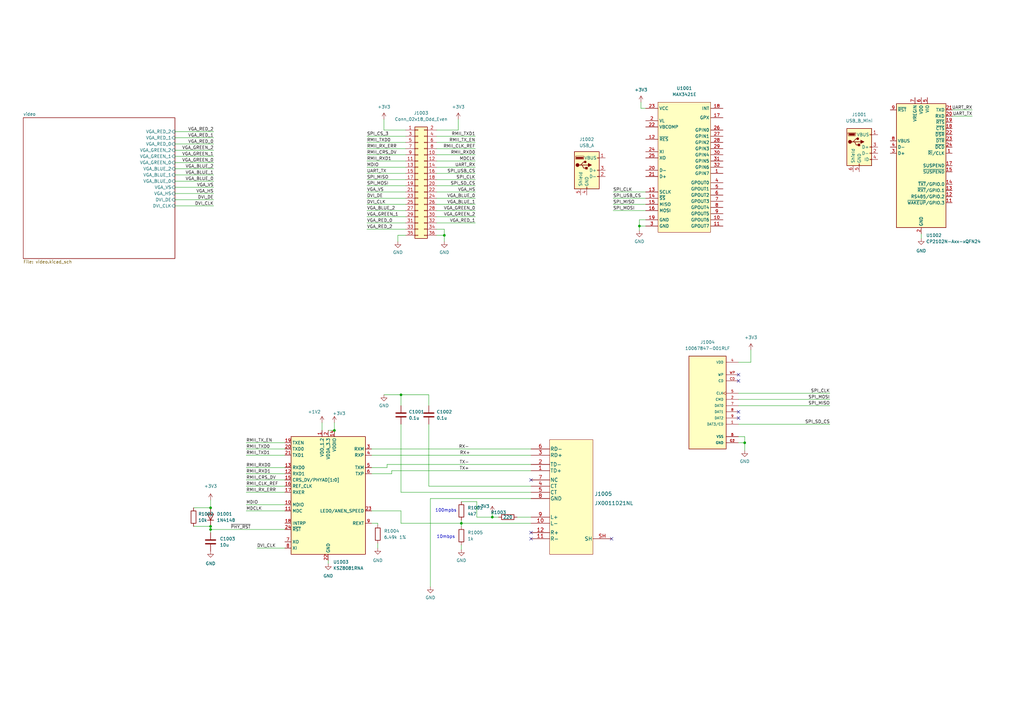
<source format=kicad_sch>
(kicad_sch (version 20211123) (generator eeschema)
  (paper "A3")
  (title_block (title "Trion T20F256 Super6502 Shield"))
  (lib_symbols
    (symbol "Connector:10067847-001RLF" (pin_names (offset 1.016))
      (property "Reference" "J" (at -7.62 19.05 0))
      (property "Value" "10067847-001RLF" (at -7.62 -22.86 0))
      (symbol "10067847-001RLF_0_0"
        (rectangle (start -7.62 -20.32) (end 7.62 17.78) (stroke (width 0.254)) (fill (type background)))
        (pin bidirectional line (at -12.7 -10.16 0) (length 5.08) (name "DAT3/CD") (number "1"))
        (pin bidirectional line (at -12.7 0 0) (length 5.08) (name "CMD") (number "2"))
        (pin power_in line (at -12.7 -15.24 0) (length 5.08) (name "VSS") (number "3"))
        (pin power_in line (at -12.7 15.24 0) (length 5.08) (name "VDD") (number "4"))
        (pin bidirectional clock (at -12.7 2.54 0) (length 5.08) (name "CLK") (number "5"))
        (pin power_in line (at -12.7 -15.24 0) (length 5.08) (name "VSS") (number "6"))
        (pin bidirectional line (at -12.7 -2.54 0) (length 5.08) (name "DAT0") (number "7"))
        (pin bidirectional line (at -12.7 -5.08 0) (length 5.08) (name "DAT1") (number "8"))
        (pin bidirectional line (at -12.7 -7.62 0) (length 5.08) (name "DAT2") (number "9"))
        (pin input line (at -12.7 7.62 0) (length 5.08) (name "CD") (number "CD"))
        (pin power_in line (at -12.7 -17.78 0) (length 5.08) (name "GND") (number "G1"))
        (pin power_in line (at -12.7 -17.78 0) (length 5.08) (name "GND") (number "G2"))
        (pin input line (at -12.7 10.16 0) (length 5.08) (name "WP") (number "WP"))
      )
    )
    (symbol "Connector:JX0011D21NL" (pin_names (offset 0.254))
      (property "Reference" "J" (at 20.32 12.7 0))
      (property "Value" "JX0011D21NL" (at 20.32 10.16 0))
      (symbol "JX0011D21NL_1_1"
        (rectangle (start 7.62 5.08) (end 25.4 -41.91) (fill (type background)))
        (pin unspecified line (at 0 -7.62 0) (length 7.62) (name "TD+") (number "1"))
        (pin unspecified line (at 0 -29.21 0) (length 7.62) (name "L-") (number "10"))
        (pin unspecified line (at 0 -35.56 0) (length 7.62) (name "R-") (number "11"))
        (pin unspecified line (at 0 -33.02 0) (length 7.62) (name "R+") (number "12"))
        (pin unspecified line (at 0 -5.08 0) (length 7.62) (name "TD-") (number "2"))
        (pin unspecified line (at 0 -1.27 0) (length 7.62) (name "RD+") (number "3"))
        (pin unspecified line (at 0 -13.97 0) (length 7.62) (name "CT") (number "4"))
        (pin unspecified line (at 0 -16.51 0) (length 7.62) (name "CT") (number "5"))
        (pin unspecified line (at 0 1.27 0) (length 7.62) (name "RD-") (number "6"))
        (pin unspecified line (at 0 -11.43 0) (length 7.62) (name "NC") (number "7"))
        (pin unspecified line (at 0 -19.05 0) (length 7.62) (name "GND") (number "8"))
        (pin unspecified line (at 0 -26.67 0) (length 7.62) (name "L+") (number "9"))
        (pin unspecified line (at 33.02 -35.56 180) (length 7.62) (name "SH") (number "SH"))
      )
    )
    (symbol "Connector:USB_A" (pin_names (offset 1.016))
      (property "Reference" "J" (at -5.08 11.43 0))
      (property "Value" "USB_A" (at -5.08 8.89 0))
      (symbol "USB_A_0_1"
        (rectangle (start -5.08 -7.62) (end 5.08 7.62) (stroke (width 0.254)) (fill (type background)))
        (circle (center -3.81 2.159) (radius 0.635) (stroke (width 0.254)) (fill (type outline)))
        (rectangle (start -1.524 4.826) (end -4.318 5.334) (fill (type outline)))
        (rectangle (start -1.27 4.572) (end -4.572 5.842))
        (circle (center -0.635 3.429) (radius 0.381) (stroke (width 0.254)) (fill (type outline)))
        (rectangle (start -0.127 -7.62) (end 0.127 -6.858))
        (polyline (pts (xy -3.175 2.159) (xy -2.54 2.159) (xy -1.27 3.429) (xy -0.635 3.429)) (stroke (width 0.254)))
        (polyline (pts (xy -2.54 2.159) (xy -1.905 2.159) (xy -1.27 0.889) (xy 0 0.889)) (stroke (width 0.254)))
        (polyline (pts (xy 0.635 2.794) (xy 0.635 1.524) (xy 1.905 2.159) (xy 0.635 2.794)) (stroke (width 0.254)) (fill (type outline)))
        (rectangle (start 0.254 1.27) (end -0.508 0.508) (stroke (width 0.254)) (fill (type outline)))
        (rectangle (start 5.08 -2.667) (end 4.318 -2.413))
        (rectangle (start 5.08 -0.127) (end 4.318 0.127))
        (rectangle (start 5.08 4.953) (end 4.318 5.207))
      )
      (symbol "USB_A_1_1"
        (polyline (pts (xy -1.905 2.159) (xy 0.635 2.159)) (stroke (width 0.254)))
        (pin power_in line (at 7.62 5.08 180) (length 2.54) (name "VBUS") (number "1"))
        (pin bidirectional line (at 7.62 -2.54 180) (length 2.54) (name "D-") (number "2"))
        (pin bidirectional line (at 7.62 0 180) (length 2.54) (name "D+") (number "3"))
        (pin power_in line (at 0 -10.16 90) (length 2.54) (name "GND") (number "4"))
        (pin passive line (at -2.54 -10.16 90) (length 2.54) (name "Shield") (number "5"))
      )
    )
    (symbol "Connector:USB_B_Mini" (pin_names (offset 1.016))
      (property "Reference" "J" (at -5.08 11.43 0))
      (property "Value" "USB_B_Mini" (at -5.08 8.89 0))
      (symbol "USB_B_Mini_0_1"
        (rectangle (start -5.08 -7.62) (end 5.08 7.62) (stroke (width 0.254)) (fill (type background)))
        (circle (center -3.81 2.159) (radius 0.635) (stroke (width 0.254)) (fill (type outline)))
        (circle (center -0.635 3.429) (radius 0.381) (stroke (width 0.254)) (fill (type outline)))
        (rectangle (start -0.127 -7.62) (end 0.127 -6.858))
        (polyline (pts (xy -1.905 2.159) (xy 0.635 2.159)) (stroke (width 0.254)))
        (polyline (pts (xy -3.175 2.159) (xy -2.54 2.159) (xy -1.27 3.429) (xy -0.635 3.429)) (stroke (width 0.254)))
        (polyline (pts (xy -2.54 2.159) (xy -1.905 2.159) (xy -1.27 0.889) (xy 0 0.889)) (stroke (width 0.254)))
        (polyline (pts (xy 0.635 2.794) (xy 0.635 1.524) (xy 1.905 2.159) (xy 0.635 2.794)) (stroke (width 0.254)) (fill (type outline)))
        (polyline (pts (xy -4.318 5.588) (xy -1.778 5.588) (xy -2.032 4.826) (xy -4.064 4.826) (xy -4.318 5.588)) (fill (type outline)))
        (polyline (pts (xy -4.699 5.842) (xy -4.699 5.588) (xy -4.445 4.826) (xy -4.445 4.572) (xy -1.651 4.572) (xy -1.651 4.826) (xy -1.397 5.588) (xy -1.397 5.842) (xy -4.699 5.842)))
        (rectangle (start 0.254 1.27) (end -0.508 0.508) (stroke (width 0.254)) (fill (type outline)))
        (rectangle (start 5.08 -5.207) (end 4.318 -4.953))
        (rectangle (start 5.08 -2.667) (end 4.318 -2.413))
        (rectangle (start 5.08 -0.127) (end 4.318 0.127))
        (rectangle (start 5.08 4.953) (end 4.318 5.207))
      )
      (symbol "USB_B_Mini_1_1"
        (pin power_out line (at 7.62 5.08 180) (length 2.54) (name "VBUS") (number "1"))
        (pin bidirectional line (at 7.62 -2.54 180) (length 2.54) (name "D-") (number "2"))
        (pin bidirectional line (at 7.62 0 180) (length 2.54) (name "D+") (number "3"))
        (pin passive line (at 7.62 -5.08 180) (length 2.54) (name "ID") (number "4"))
        (pin power_out line (at 0 -10.16 90) (length 2.54) (name "GND") (number "5"))
        (pin passive line (at -2.54 -10.16 90) (length 2.54) (name "Shield") (number "6"))
      )
    )
    (symbol "Connector_Generic:Conn_02x18_Odd_Even" (pin_names (offset 1.016) hide)
      (property "Reference" "J" (at 1.27 22.86 0))
      (property "Value" "Conn_02x18_Odd_Even" (at 1.27 -25.4 0))
      (symbol "Conn_02x18_Odd_Even_1_1"
        (rectangle (start -1.27 -22.733) (end 0 -22.987) (stroke (width 0.1524)))
        (rectangle (start -1.27 -20.193) (end 0 -20.447) (stroke (width 0.1524)))
        (rectangle (start -1.27 -17.653) (end 0 -17.907) (stroke (width 0.1524)))
        (rectangle (start -1.27 -15.113) (end 0 -15.367) (stroke (width 0.1524)))
        (rectangle (start -1.27 -12.573) (end 0 -12.827) (stroke (width 0.1524)))
        (rectangle (start -1.27 -10.033) (end 0 -10.287) (stroke (width 0.1524)))
        (rectangle (start -1.27 -7.493) (end 0 -7.747) (stroke (width 0.1524)))
        (rectangle (start -1.27 -4.953) (end 0 -5.207) (stroke (width 0.1524)))
        (rectangle (start -1.27 -2.413) (end 0 -2.667) (stroke (width 0.1524)))
        (rectangle (start -1.27 0.127) (end 0 -0.127) (stroke (width 0.1524)))
        (rectangle (start -1.27 2.667) (end 0 2.413) (stroke (width 0.1524)))
        (rectangle (start -1.27 5.207) (end 0 4.953) (stroke (width 0.1524)))
        (rectangle (start -1.27 7.747) (end 0 7.493) (stroke (width 0.1524)))
        (rectangle (start -1.27 10.287) (end 0 10.033) (stroke (width 0.1524)))
        (rectangle (start -1.27 12.827) (end 0 12.573) (stroke (width 0.1524)))
        (rectangle (start -1.27 15.367) (end 0 15.113) (stroke (width 0.1524)))
        (rectangle (start -1.27 17.907) (end 0 17.653) (stroke (width 0.1524)))
        (rectangle (start -1.27 20.447) (end 0 20.193) (stroke (width 0.1524)))
        (rectangle (start -1.27 21.59) (end 3.81 -24.13) (stroke (width 0.254)) (fill (type background)))
        (rectangle (start 3.81 -22.733) (end 2.54 -22.987) (stroke (width 0.1524)))
        (rectangle (start 3.81 -20.193) (end 2.54 -20.447) (stroke (width 0.1524)))
        (rectangle (start 3.81 -17.653) (end 2.54 -17.907) (stroke (width 0.1524)))
        (rectangle (start 3.81 -15.113) (end 2.54 -15.367) (stroke (width 0.1524)))
        (rectangle (start 3.81 -12.573) (end 2.54 -12.827) (stroke (width 0.1524)))
        (rectangle (start 3.81 -10.033) (end 2.54 -10.287) (stroke (width 0.1524)))
        (rectangle (start 3.81 -7.493) (end 2.54 -7.747) (stroke (width 0.1524)))
        (rectangle (start 3.81 -4.953) (end 2.54 -5.207) (stroke (width 0.1524)))
        (rectangle (start 3.81 -2.413) (end 2.54 -2.667) (stroke (width 0.1524)))
        (rectangle (start 3.81 0.127) (end 2.54 -0.127) (stroke (width 0.1524)))
        (rectangle (start 3.81 2.667) (end 2.54 2.413) (stroke (width 0.1524)))
        (rectangle (start 3.81 5.207) (end 2.54 4.953) (stroke (width 0.1524)))
        (rectangle (start 3.81 7.747) (end 2.54 7.493) (stroke (width 0.1524)))
        (rectangle (start 3.81 10.287) (end 2.54 10.033) (stroke (width 0.1524)))
        (rectangle (start 3.81 12.827) (end 2.54 12.573) (stroke (width 0.1524)))
        (rectangle (start 3.81 15.367) (end 2.54 15.113) (stroke (width 0.1524)))
        (rectangle (start 3.81 17.907) (end 2.54 17.653) (stroke (width 0.1524)))
        (rectangle (start 3.81 20.447) (end 2.54 20.193) (stroke (width 0.1524)))
        (pin passive line (at -5.08 20.32 0) (length 3.81) (name "Pin_1") (number "1"))
        (pin passive line (at 7.62 10.16 180) (length 3.81) (name "Pin_10") (number "10"))
        (pin passive line (at -5.08 7.62 0) (length 3.81) (name "Pin_11") (number "11"))
        (pin passive line (at 7.62 7.62 180) (length 3.81) (name "Pin_12") (number "12"))
        (pin passive line (at -5.08 5.08 0) (length 3.81) (name "Pin_13") (number "13"))
        (pin passive line (at 7.62 5.08 180) (length 3.81) (name "Pin_14") (number "14"))
        (pin passive line (at -5.08 2.54 0) (length 3.81) (name "Pin_15") (number "15"))
        (pin passive line (at 7.62 2.54 180) (length 3.81) (name "Pin_16") (number "16"))
        (pin passive line (at -5.08 0 0) (length 3.81) (name "Pin_17") (number "17"))
        (pin passive line (at 7.62 0 180) (length 3.81) (name "Pin_18") (number "18"))
        (pin passive line (at -5.08 -2.54 0) (length 3.81) (name "Pin_19") (number "19"))
        (pin passive line (at 7.62 20.32 180) (length 3.81) (name "Pin_2") (number "2"))
        (pin passive line (at 7.62 -2.54 180) (length 3.81) (name "Pin_20") (number "20"))
        (pin passive line (at -5.08 -5.08 0) (length 3.81) (name "Pin_21") (number "21"))
        (pin passive line (at 7.62 -5.08 180) (length 3.81) (name "Pin_22") (number "22"))
        (pin passive line (at -5.08 -7.62 0) (length 3.81) (name "Pin_23") (number "23"))
        (pin passive line (at 7.62 -7.62 180) (length 3.81) (name "Pin_24") (number "24"))
        (pin passive line (at -5.08 -10.16 0) (length 3.81) (name "Pin_25") (number "25"))
        (pin passive line (at 7.62 -10.16 180) (length 3.81) (name "Pin_26") (number "26"))
        (pin passive line (at -5.08 -12.7 0) (length 3.81) (name "Pin_27") (number "27"))
        (pin passive line (at 7.62 -12.7 180) (length 3.81) (name "Pin_28") (number "28"))
        (pin passive line (at -5.08 -15.24 0) (length 3.81) (name "Pin_29") (number "29"))
        (pin passive line (at -5.08 17.78 0) (length 3.81) (name "Pin_3") (number "3"))
        (pin passive line (at 7.62 -15.24 180) (length 3.81) (name "Pin_30") (number "30"))
        (pin passive line (at -5.08 -17.78 0) (length 3.81) (name "Pin_31") (number "31"))
        (pin passive line (at 7.62 -17.78 180) (length 3.81) (name "Pin_32") (number "32"))
        (pin passive line (at -5.08 -20.32 0) (length 3.81) (name "Pin_33") (number "33"))
        (pin passive line (at 7.62 -20.32 180) (length 3.81) (name "Pin_34") (number "34"))
        (pin passive line (at -5.08 -22.86 0) (length 3.81) (name "Pin_35") (number "35"))
        (pin passive line (at 7.62 -22.86 180) (length 3.81) (name "Pin_36") (number "36"))
        (pin passive line (at 7.62 17.78 180) (length 3.81) (name "Pin_4") (number "4"))
        (pin passive line (at -5.08 15.24 0) (length 3.81) (name "Pin_5") (number "5"))
        (pin passive line (at 7.62 15.24 180) (length 3.81) (name "Pin_6") (number "6"))
        (pin passive line (at -5.08 12.7 0) (length 3.81) (name "Pin_7") (number "7"))
        (pin passive line (at 7.62 12.7 180) (length 3.81) (name "Pin_8") (number "8"))
        (pin passive line (at -5.08 10.16 0) (length 3.81) (name "Pin_9") (number "9"))
      )
    )
    (symbol "Device:C" (pin_numbers hide) (pin_names (offset 0.254))
      (property "Reference" "C" (at 0.635 2.54 0))
      (property "Value" "C" (at 0.635 -2.54 0))
      (symbol "C_0_1"
        (polyline (pts (xy -2.032 -0.762) (xy 2.032 -0.762)) (stroke (width 0.508)))
        (polyline (pts (xy -2.032 0.762) (xy 2.032 0.762)) (stroke (width 0.508)))
      )
      (symbol "C_1_1"
        (pin passive line (at 0 3.81 270) (length 2.794) (name "~") (number "1"))
        (pin passive line (at 0 -3.81 90) (length 2.794) (name "~") (number "2"))
      )
    )
    (symbol "Device:D" (pin_numbers hide) (pin_names (offset 1.016) hide)
      (property "Reference" "D" (at 0 2.54 0))
      (property "Value" "D" (at 0 -2.54 0))
      (symbol "D_0_1"
        (polyline (pts (xy -1.27 1.27) (xy -1.27 -1.27)) (stroke (width 0.254)))
        (polyline (pts (xy 1.27 0) (xy -1.27 0)))
        (polyline (pts (xy 1.27 1.27) (xy 1.27 -1.27) (xy -1.27 0) (xy 1.27 1.27)) (stroke (width 0.254)))
      )
      (symbol "D_1_1"
        (pin passive line (at -3.81 0 0) (length 2.54) (name "K") (number "1"))
        (pin passive line (at 3.81 0 180) (length 2.54) (name "A") (number "2"))
      )
    )
    (symbol "Device:R" (pin_numbers hide) (pin_names (offset 0))
      (property "Reference" "R" (at 2.032 0 90))
      (property "Value" "R" (at 0 0 90))
      (symbol "R_0_1"
        (rectangle (start -1.016 -2.54) (end 1.016 2.54) (stroke (width 0.254)))
      )
      (symbol "R_1_1"
        (pin passive line (at 0 3.81 270) (length 1.27) (name "~") (number "1"))
        (pin passive line (at 0 -3.81 90) (length 1.27) (name "~") (number "2"))
      )
    )
    (symbol "IC:MAX3421E"
      (property "Reference" "U" (at -8.89 26.67 0))
      (property "Value" "MAX3421E" (at 6.35 26.67 0))
      (symbol "MAX3421E_0_1"
        (rectangle (start -10.16 25.4) (end 11.43 -27.94) (fill (type background)))
      )
      (symbol "MAX3421E_1_1"
        (pin input line (at 16.51 -3.81 180) (length 5.08) (name "GPIN7") (number "1"))
        (pin output line (at 16.51 -22.86 180) (length 5.08) (name "GPOUT6") (number "10"))
        (pin output line (at 16.51 -25.4 180) (length 5.08) (name "GPOUT7") (number "11"))
        (pin input line (at -15.24 10.16 0) (length 5.08) (name "~{RES}") (number "12"))
        (pin input line (at -15.24 -11.43 0) (length 5.08) (name "SCLK") (number "13"))
        (pin input line (at -15.24 -13.97 0) (length 5.08) (name "~{SS}") (number "14"))
        (pin output line (at -15.24 -16.51 0) (length 5.08) (name "MISO") (number "15"))
        (pin input line (at -15.24 -19.05 0) (length 5.08) (name "MOSI") (number "16"))
        (pin output line (at 16.51 19.05 180) (length 5.08) (name "GPX") (number "17"))
        (pin output line (at 16.51 22.86 180) (length 5.08) (name "INT") (number "18"))
        (pin input line (at -15.24 -22.86 0) (length 5.08) (name "GND") (number "19"))
        (pin input line (at -15.24 17.78 0) (length 5.08) (name "VL") (number "2"))
        (pin bidirectional line (at -15.24 -2.54 0) (length 5.08) (name "D-") (number "20"))
        (pin bidirectional line (at -15.24 -5.08 0) (length 5.08) (name "D+") (number "21"))
        (pin input line (at -15.24 15.24 0) (length 5.08) (name "VBCOMP") (number "22"))
        (pin power_in line (at -15.24 22.86 0) (length 5.08) (name "VCC") (number "23"))
        (pin input line (at -15.24 5.08 0) (length 5.08) (name "XI") (number "24"))
        (pin output line (at -15.24 2.54 0) (length 5.08) (name "XO") (number "25"))
        (pin input line (at 16.51 13.97 180) (length 5.08) (name "GPIN0") (number "26"))
        (pin input line (at 16.51 11.43 180) (length 5.08) (name "GPIN1") (number "27"))
        (pin input line (at 16.51 8.89 180) (length 5.08) (name "GPIN2") (number "28"))
        (pin input line (at 16.51 6.35 180) (length 5.08) (name "GPIN3") (number "29"))
        (pin input line (at -15.24 -25.4 0) (length 5.08) (name "GND") (number "3"))
        (pin input line (at 16.51 3.81 180) (length 5.08) (name "GPIN4") (number "30"))
        (pin input line (at 16.51 1.27 180) (length 5.08) (name "GPIN5") (number "31"))
        (pin input line (at 16.51 -1.27 180) (length 5.08) (name "GPIN6") (number "32"))
        (pin output line (at 16.51 -7.62 180) (length 5.08) (name "GPOUT0") (number "4"))
        (pin output line (at 16.51 -10.16 180) (length 5.08) (name "GPOUT1") (number "5"))
        (pin output line (at 16.51 -12.7 180) (length 5.08) (name "GPOUT2") (number "6"))
        (pin output line (at 16.51 -15.24 180) (length 5.08) (name "GPOUT3") (number "7"))
        (pin output line (at 16.51 -17.78 180) (length 5.08) (name "GPOUT4") (number "8"))
        (pin output line (at 16.51 -20.32 180) (length 5.08) (name "GPOUT5") (number "9"))
      )
    )
    (symbol "Interface_Ethernet:KSZ8081RNA"
      (property "Reference" "U" (at -15.24 26.035 0))
      (property "Value" "KSZ8081RNA" (at 3.81 26.035 0))
      (symbol "KSZ8081RNA_0_1"
        (rectangle (start -15.24 25.4) (end 15.24 -22.86) (stroke (width 0.254)) (fill (type background)))
      )
      (symbol "KSZ8081RNA_1_1"
        (pin power_out line (at -2.54 27.94 270) (length 2.54) (name "VDD_1.2") (number "1"))
        (pin bidirectional line (at -17.78 -2.54 0) (length 2.54) (name "MDIO") (number "10"))
        (pin input line (at -17.78 -5.08 0) (length 2.54) (name "MDC") (number "11"))
        (pin output line (at -17.78 10.16 0) (length 2.54) (name "RXD1") (number "12"))
        (pin output line (at -17.78 12.7 0) (length 2.54) (name "RXD0") (number "13"))
        (pin power_in line (at 2.54 27.94 270) (length 2.54) (name "VDDIO") (number "14"))
        (pin output line (at -17.78 7.62 0) (length 2.54) (name "CRS_DV/PHYAD[1:0]") (number "15"))
        (pin output line (at -17.78 5.08 0) (length 2.54) (name "REF_CLK") (number "16"))
        (pin output line (at -17.78 2.54 0) (length 2.54) (name "RXER") (number "17"))
        (pin bidirectional line (at -17.78 -10.16 0) (length 2.54) (name "INTRP") (number "18"))
        (pin input line (at -17.78 22.86 0) (length 2.54) (name "TXEN") (number "19"))
        (pin power_in line (at 0 27.94 270) (length 2.54) (name "VDDA_3.3") (number "2"))
        (pin input line (at -17.78 20.32 0) (length 2.54) (name "TXD0") (number "20"))
        (pin bidirectional line (at -17.78 17.78 0) (length 2.54) (name "TXD1") (number "21"))
        (pin power_in line (at 0 -25.4 90) (length 2.54) (name "GND") (number "22"))
        (pin output line (at 17.78 -5.08 180) (length 2.54) (name "LED0/ANEN_SPEED") (number "23"))
        (pin input line (at -17.78 -12.7 0) (length 2.54) (name "~{RST}") (number "24"))
        (pin passive line (at 0 -25.4 90) (length 2.54) hide (name "GND") (number "25"))
        (pin bidirectional line (at 17.78 20.32 180) (length 2.54) (name "RXM") (number "3"))
        (pin bidirectional line (at 17.78 17.78 180) (length 2.54) (name "RXP") (number "4"))
        (pin bidirectional line (at 17.78 12.7 180) (length 2.54) (name "TXM") (number "5"))
        (pin bidirectional line (at 17.78 10.16 180) (length 2.54) (name "TXP") (number "6"))
        (pin output line (at -17.78 -17.78 0) (length 2.54) (name "XO") (number "7"))
        (pin input line (at -17.78 -20.32 0) (length 2.54) (name "XI") (number "8"))
        (pin passive line (at 17.78 -10.16 180) (length 2.54) (name "REXT") (number "9"))
      )
    )
    (symbol "Interface_USB:CP2102N-Axx-xQFN24"
      (property "Reference" "U" (at -8.89 26.67 0))
      (property "Value" "CP2102N-Axx-xQFN24" (at 13.97 26.67 0))
      (symbol "CP2102N-Axx-xQFN24_0_1"
        (rectangle (start -10.16 25.4) (end 10.16 -25.4) (stroke (width 0.254)) (fill (type background)))
      )
      (symbol "CP2102N-Axx-xQFN24_1_1"
        (pin bidirectional line (at 12.7 5.08 180) (length 2.54) (name "~{RI}/CLK") (number "1"))
        (pin no_connect line (at -10.16 -22.86 0) (length 2.54) hide (name "NC") (number "10"))
        (pin bidirectional line (at 12.7 -15.24 180) (length 2.54) (name "~{WAKEUP}/GPIO.3") (number "11"))
        (pin bidirectional line (at 12.7 -12.7 180) (length 2.54) (name "RS485/GPIO.2") (number "12"))
        (pin bidirectional line (at 12.7 -10.16 180) (length 2.54) (name "~{RXT}/GPIO.1") (number "13"))
        (pin bidirectional line (at 12.7 -7.62 180) (length 2.54) (name "~{TXT}/GPIO.0") (number "14"))
        (pin output line (at 12.7 -2.54 180) (length 2.54) (name "~{SUSPEND}") (number "15"))
        (pin no_connect line (at 10.16 -22.86 180) (length 2.54) hide (name "NC") (number "16"))
        (pin output line (at 12.7 0 180) (length 2.54) (name "SUSPEND") (number "17"))
        (pin input line (at 12.7 15.24 180) (length 2.54) (name "~{CTS}") (number "18"))
        (pin output line (at 12.7 17.78 180) (length 2.54) (name "~{RTS}") (number "19"))
        (pin power_in line (at 0 -27.94 90) (length 2.54) (name "GND") (number "2"))
        (pin input line (at 12.7 20.32 180) (length 2.54) (name "RXD") (number "20"))
        (pin output line (at 12.7 22.86 180) (length 2.54) (name "TXD") (number "21"))
        (pin input line (at 12.7 12.7 180) (length 2.54) (name "~{DSR}") (number "22"))
        (pin output line (at 12.7 10.16 180) (length 2.54) (name "~{DTR}") (number "23"))
        (pin input line (at 12.7 7.62 180) (length 2.54) (name "~{DCD}") (number "24"))
        (pin passive line (at 0 -27.94 90) (length 2.54) hide (name "GND") (number "25"))
        (pin bidirectional line (at -12.7 5.08 0) (length 2.54) (name "D+") (number "3"))
        (pin bidirectional line (at -12.7 7.62 0) (length 2.54) (name "D-") (number "4"))
        (pin power_in line (at 2.54 27.94 270) (length 2.54) (name "VIO") (number "5"))
        (pin power_in line (at 0 27.94 270) (length 2.54) (name "VDD") (number "6"))
        (pin power_in line (at -2.54 27.94 270) (length 2.54) (name "VREGIN") (number "7"))
        (pin input line (at -12.7 10.16 0) (length 2.54) (name "VBUS") (number "8"))
        (pin input line (at -12.7 22.86 0) (length 2.54) (name "~{RST}") (number "9"))
      )
    )
    (symbol "power:+1V2" (power) (pin_names (offset 0))
      (property "Value" "+1V2" (at 0 3.556 0))
      (symbol "+1V2_0_1"
        (polyline (pts (xy -0.762 1.27) (xy 0 2.54)))
        (polyline (pts (xy 0 0) (xy 0 2.54)))
        (polyline (pts (xy 0 2.54) (xy 0.762 1.27)))
      )
      (symbol "+1V2_1_1"
        (pin power_in line (at 0 0 90) (length 0) hide (name "+1V2") (number "1"))
      )
    )
    (symbol "power:+3V3" (power) (pin_names (offset 0))
      (property "Value" "+3V3" (at 0 3.556 0))
      (symbol "+3V3_0_1"
        (polyline (pts (xy -0.762 1.27) (xy 0 2.54)))
        (polyline (pts (xy 0 0) (xy 0 2.54)))
        (polyline (pts (xy 0 2.54) (xy 0.762 1.27)))
      )
      (symbol "+3V3_1_1"
        (pin power_in line (at 0 0 90) (length 0) hide (name "+3V3") (number "1"))
      )
    )
    (symbol "power:GND" (power) (pin_names (offset 0))
      (property "Value" "GND" (at 0 -3.81 0))
      (symbol "GND_0_1"
        (polyline (pts (xy 0 0) (xy 0 -1.27) (xy 1.27 -1.27) (xy 0 -2.54) (xy -1.27 -1.27) (xy 0 -1.27)))
      )
      (symbol "GND_1_1"
        (pin power_in line (at 0 0 270) (length 0) hide (name "GND") (number "1"))
      )
    )
  )
  (junction (at 86.36 215.9))
  (junction (at 182.245 96.52))
  (junction (at 201.93 212.09))
  (junction (at 86.36 208.28))
  (junction (at 262.255 92.71))
  (junction (at 189.23 214.63))
  (junction (at 137.16 176.53))
  (junction (at 164.465 161.925))
  (junction (at 86.36 217.17))
  (junction (at 305.435 181.61))
  (no_connect (at 302.895 156.21))
  (no_connect (at 302.895 168.91))
  (no_connect (at 250.825 220.98))
  (no_connect (at 217.805 196.85))
  (no_connect (at 302.895 153.67))
  (no_connect (at 217.805 218.44))
  (no_connect (at 217.805 220.98))
  (no_connect (at 302.895 171.45))
  (wire (pts (xy 116.84 184.15) (xy 100.965 184.15)))
  (wire (pts (xy 71.755 61.595) (xy 87.63 61.595)))
  (wire (pts (xy 116.84 191.77) (xy 100.965 191.77)))
  (wire (pts (xy 302.895 161.29) (xy 340.36 161.29)))
  (wire (pts (xy 398.78 45.085) (xy 390.525 45.085)))
  (wire (pts (xy 179.07 71.12) (xy 194.945 71.12)))
  (wire (pts (xy 176.53 204.47) (xy 176.53 240.665)))
  (wire (pts (xy 166.37 88.9) (xy 150.495 88.9)))
  (wire (pts (xy 179.07 93.98) (xy 182.245 93.98)))
  (wire (pts (xy 189.23 205.74) (xy 195.58 205.74)))
  (wire (pts (xy 398.78 47.625) (xy 390.525 47.625)))
  (wire (pts (xy 150.495 78.74) (xy 166.37 78.74)))
  (wire (pts (xy 182.245 93.98) (xy 182.245 96.52)))
  (wire (pts (xy 305.435 181.61) (xy 305.435 184.785)))
  (wire (pts (xy 166.37 93.98) (xy 150.495 93.98)))
  (wire (pts (xy 195.58 212.09) (xy 201.93 212.09)))
  (wire (pts (xy 377.825 95.885) (xy 377.825 97.79)))
  (wire (pts (xy 150.495 55.88) (xy 166.37 55.88)))
  (wire (pts (xy 166.37 73.66) (xy 150.495 73.66)))
  (wire (pts (xy 164.465 201.93) (xy 217.805 201.93)))
  (wire (pts (xy 179.07 76.2) (xy 194.945 76.2)))
  (wire (pts (xy 262.89 44.45) (xy 264.795 44.45)))
  (wire (pts (xy 71.755 74.295) (xy 87.63 74.295)))
  (wire (pts (xy 116.84 196.85) (xy 100.965 196.85)))
  (wire (pts (xy 116.84 181.61) (xy 100.965 181.61)))
  (wire (pts (xy 302.895 179.07) (xy 305.435 179.07)))
  (wire (pts (xy 116.84 207.01) (xy 100.965 207.01)))
  (wire (pts (xy 217.805 204.47) (xy 176.53 204.47)))
  (wire (pts (xy 164.465 214.63) (xy 189.23 214.63)))
  (wire (pts (xy 137.16 173.355) (xy 137.16 176.53)))
  (wire (pts (xy 166.37 66.04) (xy 150.495 66.04)))
  (wire (pts (xy 158.75 190.5) (xy 217.805 190.5)))
  (wire (pts (xy 166.37 86.36) (xy 150.495 86.36)))
  (wire (pts (xy 194.945 78.74) (xy 179.07 78.74)))
  (wire (pts (xy 157.48 161.925) (xy 164.465 161.925)))
  (wire (pts (xy 150.495 83.82) (xy 166.37 83.82)))
  (wire (pts (xy 179.07 60.96) (xy 194.945 60.96)))
  (wire (pts (xy 212.09 212.09) (xy 217.805 212.09)))
  (wire (pts (xy 179.07 63.5) (xy 194.945 63.5)))
  (wire (pts (xy 71.755 71.755) (xy 87.63 71.755)))
  (wire (pts (xy 163.195 99.06) (xy 163.195 96.52)))
  (wire (pts (xy 71.755 59.055) (xy 87.63 59.055)))
  (wire (pts (xy 86.36 217.17) (xy 116.84 217.17)))
  (wire (pts (xy 302.895 173.99) (xy 340.36 173.99)))
  (wire (pts (xy 302.895 148.59) (xy 307.975 148.59)))
  (wire (pts (xy 187.96 53.34) (xy 179.07 53.34)))
  (wire (pts (xy 116.84 199.39) (xy 100.965 199.39)))
  (wire (pts (xy 71.755 56.515) (xy 87.63 56.515)))
  (wire (pts (xy 116.84 209.55) (xy 100.965 209.55)))
  (wire (pts (xy 194.945 68.58) (xy 179.07 68.58)))
  (wire (pts (xy 150.495 81.28) (xy 166.37 81.28)))
  (wire (pts (xy 175.895 199.39) (xy 175.895 173.99)))
  (wire (pts (xy 166.37 60.96) (xy 150.495 60.96)))
  (wire (pts (xy 164.465 161.925) (xy 164.465 166.37)))
  (wire (pts (xy 79.375 208.28) (xy 86.36 208.28)))
  (wire (pts (xy 87.63 79.375) (xy 71.755 79.375)))
  (wire (pts (xy 179.07 83.82) (xy 194.945 83.82)))
  (wire (pts (xy 150.495 71.12) (xy 166.37 71.12)))
  (wire (pts (xy 264.795 81.28) (xy 251.46 81.28)))
  (wire (pts (xy 189.23 214.63) (xy 217.805 214.63)))
  (wire (pts (xy 137.16 176.53) (xy 134.62 176.53)))
  (wire (pts (xy 116.84 201.93) (xy 100.965 201.93)))
  (wire (pts (xy 152.4 194.31) (xy 160.655 194.31)))
  (wire (pts (xy 166.37 68.58) (xy 150.495 68.58)))
  (wire (pts (xy 116.84 194.31) (xy 100.965 194.31)))
  (wire (pts (xy 116.84 186.69) (xy 100.965 186.69)))
  (wire (pts (xy 179.07 91.44) (xy 194.945 91.44)))
  (wire (pts (xy 166.37 91.44) (xy 150.495 91.44)))
  (wire (pts (xy 166.37 63.5) (xy 150.495 63.5)))
  (wire (pts (xy 134.62 229.87) (xy 134.62 231.14)))
  (wire (pts (xy 71.755 64.135) (xy 87.63 64.135)))
  (wire (pts (xy 189.23 214.63) (xy 189.23 215.9)))
  (wire (pts (xy 179.07 58.42) (xy 194.945 58.42)))
  (wire (pts (xy 157.48 53.34) (xy 166.37 53.34)))
  (wire (pts (xy 179.07 86.36) (xy 194.945 86.36)))
  (wire (pts (xy 164.465 161.925) (xy 175.895 161.925)))
  (wire (pts (xy 262.255 92.71) (xy 264.795 92.71)))
  (wire (pts (xy 158.75 191.77) (xy 158.75 190.5)))
  (wire (pts (xy 79.375 215.9) (xy 86.36 215.9)))
  (wire (pts (xy 152.4 209.55) (xy 164.465 209.55)))
  (wire (pts (xy 86.36 217.17) (xy 86.36 218.44)))
  (wire (pts (xy 154.94 214.63) (xy 154.94 215.265)))
  (wire (pts (xy 71.755 69.215) (xy 87.63 69.215)))
  (wire (pts (xy 175.895 161.925) (xy 175.895 166.37)))
  (wire (pts (xy 182.245 99.06) (xy 182.245 96.52)))
  (wire (pts (xy 307.975 148.59) (xy 307.975 143.51)))
  (wire (pts (xy 302.895 166.37) (xy 340.36 166.37)))
  (wire (pts (xy 164.465 209.55) (xy 164.465 214.63)))
  (wire (pts (xy 189.23 213.36) (xy 189.23 214.63)))
  (wire (pts (xy 152.4 214.63) (xy 154.94 214.63)))
  (wire (pts (xy 87.63 76.835) (xy 71.755 76.835)))
  (wire (pts (xy 86.36 215.9) (xy 86.36 217.17)))
  (wire (pts (xy 217.805 199.39) (xy 175.895 199.39)))
  (wire (pts (xy 262.89 41.91) (xy 262.89 44.45)))
  (wire (pts (xy 179.07 66.04) (xy 194.945 66.04)))
  (wire (pts (xy 264.795 83.82) (xy 251.46 83.82)))
  (wire (pts (xy 179.07 55.88) (xy 194.945 55.88)))
  (wire (pts (xy 201.93 212.09) (xy 204.47 212.09)))
  (wire (pts (xy 179.07 73.66) (xy 194.945 73.66)))
  (wire (pts (xy 152.4 184.15) (xy 217.805 184.15)))
  (wire (pts (xy 305.435 179.07) (xy 305.435 181.61)))
  (wire (pts (xy 179.07 88.9) (xy 194.945 88.9)))
  (wire (pts (xy 160.655 194.31) (xy 160.655 193.04)))
  (wire (pts (xy 262.255 94.615) (xy 262.255 92.71)))
  (wire (pts (xy 87.63 81.915) (xy 71.755 81.915)))
  (wire (pts (xy 182.245 96.52) (xy 179.07 96.52)))
  (wire (pts (xy 87.63 84.455) (xy 71.755 84.455)))
  (wire (pts (xy 86.36 205.105) (xy 86.36 208.28)))
  (wire (pts (xy 164.465 173.99) (xy 164.465 201.93)))
  (wire (pts (xy 132.08 173.355) (xy 132.08 176.53)))
  (wire (pts (xy 262.255 92.71) (xy 262.255 90.17)))
  (wire (pts (xy 264.795 78.74) (xy 251.46 78.74)))
  (wire (pts (xy 166.37 76.2) (xy 150.495 76.2)))
  (wire (pts (xy 152.4 191.77) (xy 158.75 191.77)))
  (wire (pts (xy 163.195 96.52) (xy 166.37 96.52)))
  (wire (pts (xy 187.96 48.895) (xy 187.96 53.34)))
  (wire (pts (xy 71.755 53.975) (xy 87.63 53.975)))
  (wire (pts (xy 152.4 186.69) (xy 217.805 186.69)))
  (wire (pts (xy 157.48 48.895) (xy 157.48 53.34)))
  (wire (pts (xy 71.755 66.675) (xy 87.63 66.675)))
  (wire (pts (xy 160.655 193.04) (xy 217.805 193.04)))
  (wire (pts (xy 302.895 163.83) (xy 340.36 163.83)))
  (wire (pts (xy 262.255 90.17) (xy 264.795 90.17)))
  (wire (pts (xy 179.07 81.28) (xy 194.945 81.28)))
  (wire (pts (xy 201.93 210.185) (xy 201.93 212.09)))
  (wire (pts (xy 264.795 86.36) (xy 251.46 86.36)))
  (wire (pts (xy 166.37 58.42) (xy 150.495 58.42)))
  (wire (pts (xy 195.58 205.74) (xy 195.58 212.09)))
  (wire (pts (xy 305.435 181.61) (xy 302.895 181.61)))
  (wire (pts (xy 105.41 224.79) (xy 116.84 224.79)))
  (wire (pts (xy 189.23 223.52) (xy 189.23 225.425)))
  (wire (pts (xy 154.94 222.885) (xy 154.94 224.79)))
  (text "10mbps" (at 186.69 220.98 180) (effects (font (size 1.27 1.27)) (justify right bottom)))
  (text "100mpbs" (at 187.325 210.185 180) (effects (font (size 1.27 1.27)) (justify right bottom)))
  (label "SPI_USB_CS" (at 251.46 81.28 0))
  (label "SPI_CLK" (at 340.36 161.29 180))
  (label "VGA_VS" (at 150.495 78.74 0))
  (label "RMII_CLK_REF" (at 194.945 60.96 180))
  (label "RMII_RX_ERR" (at 150.495 60.96 0))
  (label "SPI_SD_CS" (at 194.945 76.2 180))
  (label "RMII_CRS_DV" (at 100.965 196.85 0))
  (label "SPI_CLK" (at 194.945 73.66 180))
  (label "SPI_CS_3" (at 150.495 55.88 0))
  (label "RMII_RX_ERR" (at 100.965 201.93 0))
  (label "SPI_USB_CS" (at 194.945 71.12 180))
  (label "VGA_BLUE_0" (at 194.945 81.28 180))
  (label "UART_RX" (at 398.78 45.085 180))
  (label "VGA_GREEN_2" (at 194.945 88.9 180))
  (label "VGA_GREEN_1" (at 150.495 88.9 0))
  (label "VGA_GREEN_1" (at 87.63 64.135 180))
  (label "RMII_TX_EN" (at 100.965 181.61 0))
  (label "DVI_CLK" (at 87.63 84.455 180))
  (label "MDCLK" (at 194.945 66.04 180))
  (label "DVI_CLK" (at 105.41 224.79 0))
  (label "TX+" (at 192.405 193.04 180))
  (label "SPI_MOSI" (at 150.495 76.2 0))
  (label "SPI_MOSI" (at 340.36 163.83 180))
  (label "TX-" (at 192.405 190.5 180))
  (label "SPI_MISO" (at 340.36 166.37 180))
  (label "DVI_DE" (at 150.495 81.28 0))
  (label "VGA_HS" (at 87.63 79.375 180))
  (label "MDCLK" (at 100.965 209.55 0))
  (label "RMII_RXD0" (at 100.965 191.77 0))
  (label "DVI_DE" (at 87.63 81.915 180))
  (label "VGA_BLUE_2" (at 150.495 86.36 0))
  (label "VGA_BLUE_1" (at 194.945 83.82 180))
  (label "UART_TX" (at 398.78 47.625 180))
  (label "VGA_BLUE_2" (at 87.63 69.215 180))
  (label "RMII_RXD1" (at 100.965 194.31 0))
  (label "RMII_CRS_DV" (at 150.495 63.5 0))
  (label "RMII_TXD1" (at 194.945 55.88 180))
  (label "UART_TX" (at 150.495 71.12 0))
  (label "MDIO" (at 150.495 68.58 0))
  (label "VGA_RED_2" (at 87.63 53.975 180))
  (label "VGA_RED_0" (at 150.495 91.44 0))
  (label "RMII_CLK_REF" (at 100.965 199.39 0))
  (label "UART_RX" (at 194.945 68.58 180))
  (label "SPI_SD_CS" (at 340.36 173.99 180))
  (label "VGA_VS" (at 87.63 76.835 180))
  (label "VGA_RED_1" (at 194.945 91.44 180))
  (label "VGA_RED_2" (at 150.495 93.98 0))
  (label "RX+" (at 188.595 186.69 0))
  (label "VGA_GREEN_0" (at 87.63 66.675 180))
  (label "SPI_MOSI" (at 251.46 86.36 0))
  (label "VGA_BLUE_0" (at 87.63 74.295 180))
  (label "SPI_MISO" (at 150.495 73.66 0))
  (label "RMII_RXD1" (at 150.495 66.04 0))
  (label "RMII_TXD0" (at 150.495 58.42 0))
  (label "RX-" (at 192.405 184.15 180))
  (label "VGA_HS" (at 194.945 78.74 180))
  (label "RMII_TXD1" (at 100.965 186.69 0))
  (label "VGA_BLUE_1" (at 87.63 71.755 180))
  (label "SPI_CLK" (at 251.46 78.74 0))
  (label "RMII_TX_EN" (at 194.945 58.42 180))
  (label "VGA_RED_0" (at 87.63 59.055 180))
  (label "VGA_GREEN_2" (at 87.63 61.595 180))
  (label "SPI_MISO" (at 251.46 83.82 0))
  (label "VGA_RED_1" (at 87.63 56.515 180))
  (label "VGA_GREEN_0" (at 194.945 86.36 180))
  (label "~{PHY_RST}" (at 102.87 217.17 180))
  (label "MDIO" (at 100.965 207.01 0))
  (label "DVI_CLK" (at 150.495 83.82 0))
  (label "RMII_RXD0" (at 194.945 63.5 180))
  (label "RMII_TXD0" (at 100.965 184.15 0))
  (symbol (lib_id "Connector_Generic:Conn_02x18_Odd_Even") (at 171.45 73.66 0) (unit 1)
    (property "Reference" "J1003" (at 172.72 46.355 0))
    (property "Value" "Conn_02x18_Odd_Even" (at 172.72 48.895 0))
    (property "Footprint" "Connector_PinSocket_2.54mm:PinSocket_2x18_P2.54mm_Vertical" (effects hide))
  )
  (symbol (lib_id "Device:R") (at 208.28 212.09 90) (unit 1)
    (property "Reference" "R1003" (at 204.47 210.185 90))
    (property "Value" "220" (at 208.28 212.09 90))
    (property "Footprint" "Resistor_SMD:R_0603_1608Metric_Pad0.98x0.95mm_HandSolder" (effects hide))
  )
  (symbol (lib_id "power:GND") (at 377.825 97.79 0) (unit 1)
    (property "Reference" "#PWR?" (effects hide))
    (property "Value" "GND" (at 377.825 102.87 0))
  )
  (symbol (lib_id "Interface_USB:CP2102N-Axx-xQFN24") (at 377.825 67.945 0) (unit 1)
    (property "Reference" "U1002" (at 379.8444 96.52 0) (effects (justify left)))
    (property "Value" "CP2102N-Axx-xQFN24" (at 379.8444 99.06 0) (effects (justify left)))
    (property "Footprint" "Package_DFN_QFN:QFN-24-1EP_4x4mm_P0.5mm_EP2.6x2.6mm" (effects hide))
    (property "Datasheet" "https://www.silabs.com/documents/public/data-sheets/cp2102n-datasheet.pdf" (effects hide))
  )
  (symbol (lib_id "Device:C") (at 86.36 222.25 0) (unit 1)
    (property "Reference" "C1003" (at 90.17 220.9799 0) (effects (justify left)))
    (property "Value" "10u" (at 90.17 223.5199 0) (effects (justify left)))
    (property "Footprint" "Capacitor_SMD:C_0603_1608Metric_Pad1.08x0.95mm_HandSolder" (effects hide))
  )
  (symbol (lib_id "Device:R") (at 79.375 212.09 0) (unit 1)
    (property "Reference" "R1002" (at 81.28 210.8199 0) (effects (justify left)))
    (property "Value" "10k" (at 81.28 213.3599 0) (effects (justify left)))
    (property "Footprint" "Resistor_SMD:R_0603_1608Metric_Pad0.98x0.95mm_HandSolder" (effects hide))
  )
  (symbol (lib_id "power:GND") (at 154.94 224.79 0) (unit 1)
    (property "Reference" "#PWR01012" (effects hide))
    (property "Value" "GND" (at 154.94 229.87 0))
  )
  (symbol (lib_id "power:GND") (at 134.62 231.14 0) (unit 1)
    (property "Reference" "#PWR01015" (effects hide))
    (property "Value" "GND" (at 134.62 236.22 0))
  )
  (symbol (lib_id "Device:R") (at 189.23 209.55 0) (unit 1)
    (property "Reference" "R1001" (at 191.77 208.2799 0) (effects (justify left)))
    (property "Value" "4k7" (at 191.77 210.8199 0) (effects (justify left)))
    (property "Footprint" "Resistor_SMD:R_0603_1608Metric_Pad0.98x0.95mm_HandSolder" (effects hide))
  )
  (symbol (lib_id "IC:MAX3421E") (at 280.035 67.31 0) (unit 1)
    (property "Reference" "U1001" (at 280.67 36.195 0))
    (property "Value" "MAX3421E" (at 280.67 38.735 0))
    (property "Footprint" "Package_QFP:LQFP-32_5x5mm_P0.5mm" (effects hide))
  )
  (symbol (lib_id "Device:R") (at 189.23 219.71 0) (unit 1)
    (property "Reference" "R1005" (at 191.77 218.4399 0) (effects (justify left)))
    (property "Value" "1k" (at 191.77 220.9799 0) (effects (justify left)))
    (property "Footprint" "Resistor_SMD:R_0603_1608Metric_Pad0.98x0.95mm_HandSolder" (effects hide))
  )
  (symbol (lib_id "power:+3V3") (at 137.16 173.355 0) (unit 1)
    (property "Reference" "#PWR01008" (effects hide))
    (property "Value" "+3V3" (at 139.065 169.545 0))
  )
  (symbol (lib_id "Connector:10067847-001RLF") (at 290.195 163.83 0) (mirror y) (unit 1)
    (property "Reference" "J1004" (at 290.195 140.335 0))
    (property "Value" "10067847-001RLF" (at 290.195 142.875 0))
    (property "Footprint" "Connector_Card:AMPHENOL_10067847-001RLF" (effects hide))
    (property "PARTREV" "K" (effects hide))
    (property "MAXIMUM_PACKAGE_HEIGHT" "2.80 mm" (effects hide))
    (property "STANDARD" "Manufacturer Recommendations" (effects hide))
    (property "MANUFACTURER" "Amphenol FCI" (effects hide))
  )
  (symbol (lib_id "power:+3V3") (at 201.93 210.185 0) (unit 1)
    (property "Reference" "#PWR01011" (effects hide))
    (property "Value" "+3V3" (at 198.12 207.645 0))
  )
  (symbol (lib_id "Device:D") (at 86.36 212.09 90) (unit 1)
    (property "Reference" "D1001" (at 88.9 210.8199 90) (effects (justify right)))
    (property "Value" "1N4148" (at 88.9 213.3599 90) (effects (justify right)))
    (property "Footprint" "Diode_SMD:D_0603_1608Metric_Pad1.05x0.95mm_HandSolder" (effects hide))
  )
  (symbol (lib_id "Connector:USB_A") (at 240.665 69.85 0) (unit 1)
    (property "Reference" "J1002" (at 240.665 57.15 0))
    (property "Value" "USB_A" (at 240.665 59.69 0))
    (property "Footprint" "Connector_USB:FCI_87520-0010BLF" (effects hide))
    (property "Datasheet" " ~" (effects hide))
  )
  (symbol (lib_id "power:+3V3") (at 157.48 48.895 0) (unit 1)
    (property "Reference" "#PWR0101" (effects hide))
    (property "Value" "+3V3" (at 157.48 43.815 0))
  )
  (symbol (lib_id "Device:R") (at 154.94 219.075 0) (unit 1)
    (property "Reference" "R1004" (at 157.48 217.8049 0) (effects (justify left)))
    (property "Value" "6.49k 1%" (at 157.48 220.3449 0) (effects (justify left)))
    (property "Footprint" "Resistor_SMD:R_0603_1608Metric_Pad0.98x0.95mm_HandSolder" (effects hide))
  )
  (symbol (lib_id "power:GND") (at 157.48 161.925 0) (unit 1)
    (property "Reference" "#PWR01006" (effects hide))
    (property "Value" "GND" (at 157.48 166.37 0))
  )
  (symbol (lib_id "Device:C") (at 175.895 170.18 0) (unit 1)
    (property "Reference" "C1002" (at 179.07 168.9099 0) (effects (justify left)))
    (property "Value" "0.1u" (at 179.07 171.4499 0) (effects (justify left)))
    (property "Footprint" "Capacitor_SMD:C_0603_1608Metric_Pad1.08x0.95mm_HandSolder" (effects hide))
  )
  (symbol (lib_id "power:+3V3") (at 307.975 143.51 0) (unit 1)
    (property "Reference" "#PWR01005" (effects hide))
    (property "Value" "+3V3" (at 307.975 138.43 0))
  )
  (symbol (lib_id "power:+3V3") (at 262.89 41.91 0) (unit 1)
    (property "Reference" "#PWR?" (effects hide))
    (property "Value" "+3V3" (at 262.89 36.83 0))
  )
  (symbol (lib_id "power:+3V3") (at 86.36 205.105 0) (unit 1)
    (property "Reference" "#PWR01010" (effects hide))
    (property "Value" "+3V3" (at 86.36 199.39 0))
  )
  (symbol (lib_id "Device:C") (at 164.465 170.18 0) (unit 1)
    (property "Reference" "C1001" (at 167.64 168.9099 0) (effects (justify left)))
    (property "Value" "0.1u" (at 167.64 171.4499 0) (effects (justify left)))
    (property "Footprint" "Capacitor_SMD:C_0603_1608Metric_Pad1.08x0.95mm_HandSolder" (effects hide))
  )
  (symbol (lib_id "power:+3V3") (at 187.96 48.895 0) (unit 1)
    (property "Reference" "#PWR0102" (effects hide))
    (property "Value" "+3V3" (at 187.96 43.815 0))
  )
  (symbol (lib_id "power:GND") (at 176.53 240.665 0) (unit 1)
    (property "Reference" "#PWR01016" (effects hide))
    (property "Value" "GND" (at 176.53 245.11 0))
  )
  (symbol (lib_id "power:GND") (at 182.245 99.06 0) (mirror y) (unit 1)
    (property "Reference" "#PWR01004" (effects hide))
    (property "Value" "GND" (at 182.245 103.505 0))
  )
  (symbol (lib_id "power:GND") (at 305.435 184.785 0) (unit 1)
    (property "Reference" "#PWR01009" (effects hide))
    (property "Value" "GND" (at 305.435 189.23 0))
  )
  (symbol (lib_id "power:GND") (at 262.255 94.615 0) (unit 1)
    (property "Reference" "#PWR?" (effects hide))
    (property "Value" "GND" (at 262.255 99.06 0))
  )
  (symbol (lib_id "power:GND") (at 86.36 226.06 0) (unit 1)
    (property "Reference" "#PWR01014" (effects hide))
    (property "Value" "GND" (at 86.36 231.14 0))
  )
  (symbol (lib_id "Interface_Ethernet:KSZ8081RNA") (at 134.62 204.47 0) (unit 1)
    (property "Reference" "U1003" (at 136.6394 230.505 0) (effects (justify left)))
    (property "Value" "KSZ8081RNA" (at 136.6394 233.045 0) (effects (justify left)))
    (property "Footprint" "Package_DFN_QFN:QFN-24-1EP_4x4mm_P0.5mm_EP2.6x2.6mm" (effects hide))
    (property "Datasheet" "http://ww1.microchip.com/downloads/en/DeviceDoc/00002199A.pdf" (effects hide))
  )
  (symbol (lib_id "power:+1V2") (at 132.08 173.355 0) (unit 1)
    (property "Reference" "#PWR01007" (effects hide))
    (property "Value" "+1V2" (at 128.905 168.91 0))
  )
  (symbol (lib_id "Connector:USB_B_Mini") (at 352.425 60.325 0) (unit 1)
    (property "Reference" "J1001" (at 352.425 46.99 0))
    (property "Value" "USB_B_Mini" (at 352.425 49.53 0))
    (property "Footprint" "Connector_USB:USB_Mini-B_Wuerth_65100516121_Horizontal" (effects hide))
  )
  (symbol (lib_id "power:GND") (at 189.23 225.425 0) (unit 1)
    (property "Reference" "#PWR01013" (effects hide))
    (property "Value" "GND" (at 189.23 229.87 0))
  )
  (symbol (lib_id "power:GND") (at 163.195 99.06 0) (unit 1)
    (property "Reference" "#PWR01003" (effects hide))
    (property "Value" "GND" (at 163.195 103.505 0))
  )
  (symbol (lib_id "Connector:JX0011D21NL") (at 217.805 185.42 0) (unit 1)
    (property "Reference" "J1005" (at 243.84 202.565 0) (effects (font (size 1.524 1.524)) (justify left)))
    (property "Value" "JX0011D21NL" (at 243.84 206.375 0) (effects (font (size 1.524 1.524)) (justify left)))
    (property "Footprint" "Connector_RJ:JX0011D21NL" (effects hide))
  )
  (sheet (at 9.525 48.26) (size 62.23 57.785) (stroke (width 0.1524))
    (property "Sheet name" "video" (at 9.525 47.5484 0) (effects (justify left bottom)))
    (property "Sheet file" "video.kicad_sch" (at 9.525 106.6296 0) (effects (justify left top)))
    (pin "VGA_RED_2" input (at 71.755 53.975 0))
    (pin "VGA_RED_1" input (at 71.755 56.515 0))
    (pin "VGA_RED_0" input (at 71.755 59.055 0))
    (pin "VGA_GREEN_0" input (at 71.755 66.675 0))
    (pin "VGA_GREEN_2" input (at 71.755 61.595 0))
    (pin "VGA_GREEN_1" input (at 71.755 64.135 0))
    (pin "DVI_DE" input (at 71.755 81.915 0))
    (pin "VGA_VS" input (at 71.755 76.835 0))
    (pin "VGA_HS" input (at 71.755 79.375 0))
    (pin "DVI_CLK" input (at 71.755 84.455 0))
    (pin "VGA_BLUE_0" input (at 71.755 74.295 0))
    (pin "VGA_BLUE_2" input (at 71.755 69.215 0))
    (pin "VGA_BLUE_1" input (at 71.755 71.755 0))
  )
)
</source>
